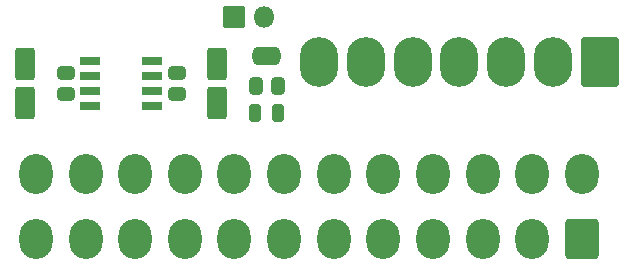
<source format=gts>
G04 #@! TF.GenerationSoftware,KiCad,Pcbnew,(6.0.0-0)*
G04 #@! TF.CreationDate,2022-02-20T21:50:20-06:00*
G04 #@! TF.ProjectId,mactxlc,6d616374-786c-4632-9e6b-696361645f70,rev?*
G04 #@! TF.SameCoordinates,Original*
G04 #@! TF.FileFunction,Soldermask,Top*
G04 #@! TF.FilePolarity,Negative*
%FSLAX46Y46*%
G04 Gerber Fmt 4.6, Leading zero omitted, Abs format (unit mm)*
G04 Created by KiCad (PCBNEW (6.0.0-0)) date 2022-02-20 21:50:20*
%MOMM*%
%LPD*%
G01*
G04 APERTURE LIST*
G04 Aperture macros list*
%AMRoundRect*
0 Rectangle with rounded corners*
0 $1 Rounding radius*
0 $2 $3 $4 $5 $6 $7 $8 $9 X,Y pos of 4 corners*
0 Add a 4 corners polygon primitive as box body*
4,1,4,$2,$3,$4,$5,$6,$7,$8,$9,$2,$3,0*
0 Add four circle primitives for the rounded corners*
1,1,$1+$1,$2,$3*
1,1,$1+$1,$4,$5*
1,1,$1+$1,$6,$7*
1,1,$1+$1,$8,$9*
0 Add four rect primitives between the rounded corners*
20,1,$1+$1,$2,$3,$4,$5,0*
20,1,$1+$1,$4,$5,$6,$7,0*
20,1,$1+$1,$6,$7,$8,$9,0*
20,1,$1+$1,$8,$9,$2,$3,0*%
%AMFreePoly0*
4,1,37,0.536062,0.786062,0.551000,0.750000,0.551000,-0.750000,0.536062,-0.786062,0.500000,-0.801000,0.000000,-0.801000,-0.012525,-0.795812,-0.080875,-0.794559,-0.095149,-0.792248,-0.230464,-0.749973,-0.243516,-0.743747,-0.361526,-0.665192,-0.372306,-0.655554,-0.463526,-0.547035,-0.471167,-0.534759,-0.528262,-0.405000,-0.532150,-0.391073,-0.549733,-0.256613,-0.548336,-0.256430,-0.551000,-0.250000,
-0.551000,0.250000,-0.550512,0.251179,-0.550356,0.263956,-0.528545,0.404033,-0.524317,0.417860,-0.464069,0.546185,-0.456130,0.558271,-0.362286,0.664529,-0.351274,0.673901,-0.231379,0.749549,-0.218180,0.755454,-0.081873,0.794411,-0.067546,0.796373,-0.011990,0.796033,0.000000,0.801000,0.500000,0.801000,0.536062,0.786062,0.536062,0.786062,$1*%
%AMFreePoly1*
4,1,37,0.012349,0.795885,0.074216,0.795507,0.088518,0.793370,0.224339,0.752751,0.237465,0.746685,0.356427,0.669578,0.367324,0.660073,0.459862,0.552676,0.467652,0.540494,0.526329,0.411442,0.530388,0.397563,0.550485,0.257230,0.551000,0.250000,0.551000,-0.250000,0.550996,-0.250622,0.550847,-0.262838,0.550144,-0.270677,0.526624,-0.410478,0.522228,-0.424254,0.460416,-0.551833,
0.452330,-0.563821,0.357195,-0.668925,0.346069,-0.678161,0.225259,-0.752338,0.211989,-0.758081,0.075216,-0.795370,0.060866,-0.797157,0.011464,-0.796251,0.000000,-0.801000,-0.500000,-0.801000,-0.536062,-0.786062,-0.551000,-0.750000,-0.551000,0.750000,-0.536062,0.786062,-0.500000,0.801000,0.000000,0.801000,0.012349,0.795885,0.012349,0.795885,$1*%
G04 Aperture macros list end*
%ADD10RoundRect,0.301000X0.550000X-1.075000X0.550000X1.075000X-0.550000X1.075000X-0.550000X-1.075000X0*%
%ADD11RoundRect,0.302100X1.098900X1.398900X-1.098900X1.398900X-1.098900X-1.398900X1.098900X-1.398900X0*%
%ADD12O,2.802000X3.402000*%
%ADD13RoundRect,0.301000X1.330000X1.800000X-1.330000X1.800000X-1.330000X-1.800000X1.330000X-1.800000X0*%
%ADD14O,3.262000X4.202000*%
%ADD15RoundRect,0.051000X0.850000X-0.850000X0.850000X0.850000X-0.850000X0.850000X-0.850000X-0.850000X0*%
%ADD16O,1.802000X1.802000*%
%ADD17RoundRect,0.201000X0.675000X0.150000X-0.675000X0.150000X-0.675000X-0.150000X0.675000X-0.150000X0*%
%ADD18RoundRect,0.301000X0.450000X-0.262500X0.450000X0.262500X-0.450000X0.262500X-0.450000X-0.262500X0*%
%ADD19FreePoly0,180.000000*%
%ADD20FreePoly1,180.000000*%
%ADD21RoundRect,0.301000X0.262500X0.450000X-0.262500X0.450000X-0.262500X-0.450000X0.262500X-0.450000X0*%
%ADD22RoundRect,0.294750X0.243750X0.456250X-0.243750X0.456250X-0.243750X-0.456250X0.243750X-0.456250X0*%
G04 APERTURE END LIST*
D10*
X224680000Y-53575000D03*
X224680000Y-50225000D03*
X208400000Y-53575000D03*
X208400000Y-50225000D03*
D11*
X255524000Y-65024000D03*
D12*
X251324000Y-65024000D03*
X247124000Y-65024000D03*
X242924000Y-65024000D03*
X238724000Y-65024000D03*
X234524000Y-65024000D03*
X230324000Y-65024000D03*
X226124000Y-65024000D03*
X221924000Y-65024000D03*
X217724000Y-65024000D03*
X213524000Y-65024000D03*
X209324000Y-65024000D03*
X255524000Y-59524000D03*
X251324000Y-59524000D03*
X247124000Y-59524000D03*
X242924000Y-59524000D03*
X238724000Y-59524000D03*
X234524000Y-59524000D03*
X230324000Y-59524000D03*
X226124000Y-59524000D03*
X221924000Y-59524000D03*
X217724000Y-59524000D03*
X213524000Y-59524000D03*
X209324000Y-59524000D03*
D13*
X257048000Y-50038000D03*
D14*
X253088000Y-50038000D03*
X249128000Y-50038000D03*
X245168000Y-50038000D03*
X241208000Y-50038000D03*
X237248000Y-50038000D03*
X233288000Y-50038000D03*
D15*
X226055000Y-46228000D03*
D16*
X228595000Y-46228000D03*
D17*
X219165000Y-53805000D03*
X219165000Y-52535000D03*
X219165000Y-51265000D03*
X219165000Y-49995000D03*
X213915000Y-49995000D03*
X213915000Y-51265000D03*
X213915000Y-52535000D03*
X213915000Y-53805000D03*
D18*
X221260000Y-52812500D03*
X221260000Y-50987500D03*
X211820000Y-52812500D03*
X211820000Y-50987500D03*
D19*
X229504000Y-49529500D03*
D20*
X228204000Y-49529500D03*
D21*
X229766500Y-52070000D03*
X227941500Y-52070000D03*
D22*
X229771500Y-54355500D03*
X227896500Y-54355500D03*
G36*
X228753267Y-48762801D02*
G01*
X228804946Y-48805989D01*
X228873661Y-48814620D01*
X228936291Y-48784656D01*
X228954348Y-48763818D01*
X228956238Y-48763164D01*
X228957749Y-48764474D01*
X228957821Y-48765518D01*
X228955000Y-48779699D01*
X228955000Y-50279301D01*
X228957978Y-50294274D01*
X228957335Y-50296168D01*
X228955373Y-50296558D01*
X228954733Y-50296199D01*
X228903054Y-50253011D01*
X228834339Y-50244380D01*
X228771709Y-50274344D01*
X228753652Y-50295182D01*
X228751762Y-50295836D01*
X228750251Y-50294526D01*
X228750179Y-50293482D01*
X228753000Y-50279301D01*
X228753000Y-48779699D01*
X228750022Y-48764726D01*
X228750665Y-48762832D01*
X228752627Y-48762442D01*
X228753267Y-48762801D01*
G37*
M02*

</source>
